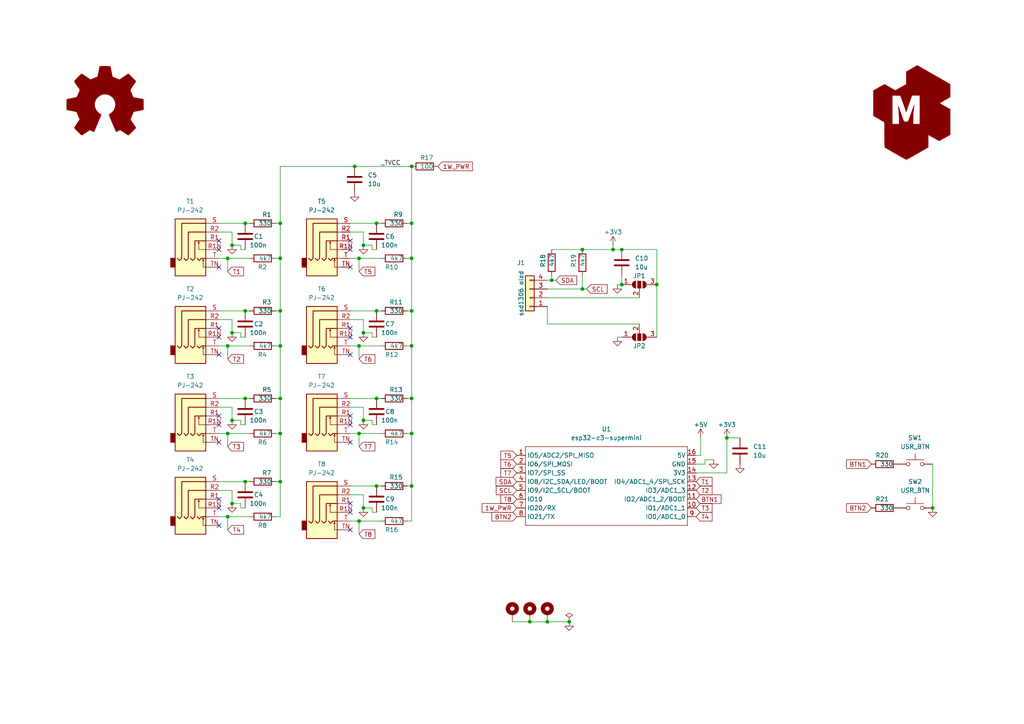
<source format=kicad_sch>
(kicad_sch (version 20211123) (generator eeschema)
  (paper "A4")
  (title_block (title "temp-1w8-pro") (date "2024-12-30") (rev "4.0") (company "makerspace.lt"))
  (lib_symbols
    (symbol "-local:LOGO_KMS" (pin_names (offset 1.016)))
    (symbol "-local:esp32-c3-supermini"
      (property "Reference" "U" (at 2.54 1.27 0))
      (property "Value" "esp32-c3-supermini" (at 35.56 1.27 0))
      (symbol "esp32-c3-supermini_1_1"
        (pin bidirectional line (at -2.54 -2.54 0) (length 2.54) (name "IO5/ADC2/SPI_MISO") (number "1"))
        (pin bidirectional line (at 49.53 -17.78 180) (length 2.54) (name "IO1/ADC1_1") (number "10"))
        (pin bidirectional line (at 49.53 -15.24 180) (length 2.54) (name "IO2/ADC1_2/BOOT") (number "11"))
        (pin bidirectional line (at 49.53 -12.7 180) (length 2.54) (name "IO3/ADC1_3") (number "12"))
        (pin bidirectional line (at 49.53 -10.16 180) (length 2.54) (name "IO4/ADC1_4/SPI_SCK") (number "13"))
        (pin power_out line (at 49.53 -7.62 180) (length 2.54) (name "3V3") (number "14"))
        (pin input line (at 49.53 -5.08 180) (length 2.54) (name "GND") (number "15"))
        (pin power_out line (at 49.53 -2.54 180) (length 2.54) (name "5V") (number "16"))
        (pin bidirectional line (at -2.54 -5.08 0) (length 2.54) (name "IO6/SPI_MOSI") (number "2"))
        (pin bidirectional line (at -2.54 -7.62 0) (length 2.54) (name "IO7/SPI_SS") (number "3"))
        (pin bidirectional line (at -2.54 -10.16 0) (length 2.54) (name "IO8/I2C_SDA/LED/BOOT") (number "4"))
        (pin bidirectional line (at -2.54 -12.7 0) (length 2.54) (name "IO9/I2C_SCL/BOOT") (number "5"))
        (pin bidirectional line (at -2.54 -15.24 0) (length 2.54) (name "IO10") (number "6"))
        (pin bidirectional line (at -2.54 -17.78 0) (length 2.54) (name "IO20/RX") (number "7"))
        (pin bidirectional line (at -2.54 -20.32 0) (length 2.54) (name "IO21/TX") (number "8"))
        (pin bidirectional line (at 49.53 -20.32 180) (length 2.54) (name "IO0/ADC1_0") (number "9"))
      )
    )
    (symbol "-pwr:+3V3" (power) (pin_numbers hide) (pin_names (offset 0) hide)
      (property "Value" "+3V3" (at 0 3.81 0))
      (symbol "+3V3_1_1"
        (pin power_in line (at 0 0 90) (length 0) hide (name "+3V3") (number "1"))
      )
    )
    (symbol "-pwr:+5V" (power) (pin_numbers hide) (pin_names (offset 0) hide)
      (property "Value" "+5V" (at 0 3.81 0))
      (symbol "+5V_1_1"
        (pin power_in line (at 0 0 90) (length 0) hide (name "+5V") (number "1"))
      )
    )
    (symbol "-pwr:GND" (power) (pin_numbers hide) (pin_names (offset 0) hide)
      (symbol "GND_1_1"
        (pin power_in line (at 0 0 270) (length 0) hide (name "GND") (number "1"))
      )
    )
    (symbol "Connector:AudioJack4_SwitchTR1"
      (property "Reference" "J" (at 0 11.43 0))
      (property "Value" "AudioJack4_SwitchTR1" (at 0 8.89 0))
      (symbol "AudioJack4_SwitchTR1_1_1"
        (pin passive line (at 5.08 0 180) (length 2.54) (name "~") (number "R1"))
        (pin passive line (at 5.08 -2.54 180) (length 2.54) (name "~") (number "R1N"))
        (pin passive line (at 5.08 2.54 180) (length 2.54) (name "~") (number "R2"))
        (pin passive line (at 5.08 5.08 180) (length 2.54) (name "~") (number "S"))
        (pin passive line (at 5.08 -5.08 180) (length 2.54) (name "~") (number "T"))
        (pin passive line (at 5.08 -7.62 180) (length 2.54) (name "~") (number "TN"))
      )
    )
    (symbol "Connector_Generic:Conn_01x04" (pin_names (offset 1.016) hide)
      (property "Reference" "J" (at 0 5.08 0))
      (property "Value" "Conn_01x04" (at 0 -7.62 0))
      (symbol "Conn_01x04_1_1"
        (pin passive line (at -5.08 2.54 0) (length 3.81) (name "Pin_1") (number "1"))
        (pin passive line (at -5.08 0 0) (length 3.81) (name "Pin_2") (number "2"))
        (pin passive line (at -5.08 -2.54 0) (length 3.81) (name "Pin_3") (number "3"))
        (pin passive line (at -5.08 -5.08 0) (length 3.81) (name "Pin_4") (number "4"))
      )
    )
    (symbol "Device:C" (pin_numbers hide) (pin_names (offset 0.254))
      (property "Reference" "C" (at 0.635 2.54 0))
      (property "Value" "C" (at 0.635 -2.54 0))
      (symbol "C_1_1"
        (pin passive line (at 0 3.81 270) (length 2.794) (name "~") (number "1"))
        (pin passive line (at 0 -3.81 90) (length 2.794) (name "~") (number "2"))
      )
    )
    (symbol "Device:R" (pin_numbers hide) (pin_names (offset 0))
      (property "Reference" "R" (at 2.032 0 90))
      (property "Value" "R" (at 0 0 90))
      (symbol "R_1_1"
        (pin passive line (at 0 3.81 270) (length 1.27) (name "~") (number "1"))
        (pin passive line (at 0 -3.81 90) (length 1.27) (name "~") (number "2"))
      )
    )
    (symbol "Graphic:Logo_Open_Hardware_Large" (pin_names (offset 1.016)))
    (symbol "Jumper:SolderJumper_3_Open" (pin_names (offset 0) hide)
      (property "Reference" "JP" (at -2.54 -2.54 0))
      (property "Value" "SolderJumper_3_Open" (at 0 2.794 0))
      (symbol "SolderJumper_3_Open_1_1"
        (pin passive line (at -5.08 0 0) (length 2.54) (name "A") (number "1"))
        (pin passive line (at 0 -3.81 90) (length 2.54) (name "C") (number "2"))
        (pin passive line (at 5.08 0 180) (length 2.54) (name "B") (number "3"))
      )
    )
    (symbol "Mechanical:MountingHole_Pad" (pin_numbers hide) (pin_names (offset 1.016) hide)
      (property "Reference" "H" (at 0 6.35 0))
      (property "Value" "MountingHole_Pad" (at 0 4.445 0))
      (symbol "MountingHole_Pad_1_1"
        (pin input line (at 0 -2.54 90) (length 2.54) (name "1") (number "1"))
      )
    )
    (symbol "Switch:SW_Push" (pin_numbers hide) (pin_names (offset 1.016) hide)
      (property "Reference" "SW" (at 1.27 2.54 0))
      (property "Value" "SW_Push" (at 0 -1.524 0))
      (symbol "SW_Push_0_1"
        (pin passive line (at -5.08 0 0) (length 2.54) (name "1") (number "1"))
        (pin passive line (at 5.08 0 180) (length 2.54) (name "2") (number "2"))
      )
    )
    (symbol "power:PWR_FLAG" (power) (pin_numbers hide) (pin_names (offset 0) hide)
      (property "Value" "PWR_FLAG" (at 0 3.81 0))
      (symbol "PWR_FLAG_0_0"
        (pin power_out line (at 0 0 90) (length 0) (name "pwr") (number "1"))
      )
    )
  )
  (junction (at 270.51 147.32))
  (junction (at 165.1 180.34))
  (junction (at 81.28 74.93))
  (junction (at 66.04 149.86))
  (junction (at 119.38 115.57))
  (junction (at 153.67 180.34))
  (junction (at 81.28 64.77))
  (junction (at 81.28 139.7))
  (junction (at 81.28 90.17))
  (junction (at 168.91 83.82))
  (junction (at 105.41 147.32))
  (junction (at 66.04 100.33))
  (junction (at 67.31 146.05))
  (junction (at 109.22 90.17))
  (junction (at 180.34 82.55))
  (junction (at 119.38 140.97))
  (junction (at 67.31 71.12))
  (junction (at 177.8 72.39))
  (junction (at 190.5 82.55))
  (junction (at 71.12 64.77))
  (junction (at 81.28 125.73))
  (junction (at 119.38 125.73))
  (junction (at 67.31 121.92))
  (junction (at 102.87 48.26))
  (junction (at 109.22 115.57))
  (junction (at 105.41 71.12))
  (junction (at 104.14 100.33))
  (junction (at 67.31 96.52))
  (junction (at 119.38 90.17))
  (junction (at 109.22 64.77))
  (junction (at 104.14 151.13))
  (junction (at 71.12 90.17))
  (junction (at 105.41 96.52))
  (junction (at 104.14 125.73))
  (junction (at 71.12 139.7))
  (junction (at 160.02 81.28))
  (junction (at 81.28 115.57))
  (junction (at 71.12 115.57))
  (junction (at 66.04 125.73))
  (junction (at 158.75 180.34))
  (junction (at 180.34 72.39))
  (junction (at 210.82 127))
  (junction (at 119.38 100.33))
  (junction (at 81.28 100.33))
  (junction (at 168.91 72.39))
  (junction (at 104.14 74.93))
  (junction (at 105.41 121.92))
  (junction (at 66.04 74.93))
  (junction (at 119.38 48.26))
  (junction (at 119.38 74.93))
  (junction (at 109.22 140.97))
  (junction (at 119.38 64.77))
  (no_connect (at 101.6 128.27))
  (no_connect (at 101.6 146.05))
  (no_connect (at 63.5 152.4))
  (no_connect (at 101.6 148.59))
  (no_connect (at 63.5 144.78))
  (no_connect (at 63.5 69.85))
  (no_connect (at 63.5 72.39))
  (no_connect (at 101.6 95.25))
  (no_connect (at 101.6 102.87))
  (no_connect (at 63.5 123.19))
  (no_connect (at 63.5 95.25))
  (no_connect (at 101.6 69.85))
  (no_connect (at 101.6 72.39))
  (no_connect (at 63.5 102.87))
  (no_connect (at 63.5 147.32))
  (no_connect (at 101.6 123.19))
  (no_connect (at 101.6 120.65))
  (no_connect (at 63.5 77.47))
  (no_connect (at 101.6 153.67))
  (no_connect (at 101.6 97.79))
  (no_connect (at 63.5 128.27))
  (no_connect (at 101.6 77.47))
  (no_connect (at 63.5 97.79))
  (no_connect (at 63.5 120.65))
  (wire (pts (xy 81.28 48.26) (xy 102.87 48.26)))
  (wire (pts (xy 110.49 74.93) (xy 104.14 74.93)))
  (wire (pts (xy 190.5 82.55) (xy 190.5 72.39)))
  (wire (pts (xy 72.39 100.33) (xy 66.04 100.33)))
  (wire (pts (xy 119.38 100.33) (xy 119.38 115.57)))
  (wire (pts (xy 110.49 90.17) (xy 109.22 90.17)))
  (wire (pts (xy 160.02 81.28) (xy 158.75 81.28)))
  (wire (pts (xy 71.12 90.17) (xy 63.5 90.17)))
  (wire (pts (xy 81.28 139.7) (xy 80.01 139.7)))
  (wire (pts (xy 71.12 147.32) (xy 69.85 147.32)))
  (wire (pts (xy 81.28 64.77) (xy 81.28 74.93)))
  (wire (pts (xy 81.28 115.57) (xy 81.28 125.73)))
  (wire (pts (xy 72.39 139.7) (xy 71.12 139.7)))
  (wire (pts (xy 67.31 92.71) (xy 67.31 96.52)))
  (wire (pts (xy 81.28 100.33) (xy 81.28 115.57)))
  (wire (pts (xy 179.07 82.55) (xy 180.34 82.55)))
  (wire (pts (xy 104.14 125.73) (xy 104.14 129.54)))
  (wire (pts (xy 63.5 67.31) (xy 67.31 67.31)))
  (wire (pts (xy 102.87 48.26) (xy 119.38 48.26)))
  (wire (pts (xy 66.04 125.73) (xy 66.04 129.54)))
  (wire (pts (xy 104.14 125.73) (xy 101.6 125.73)))
  (wire (pts (xy 107.95 148.59) (xy 107.95 147.32)))
  (wire (pts (xy 118.11 125.73) (xy 119.38 125.73)))
  (wire (pts (xy 81.28 64.77) (xy 80.01 64.77)))
  (wire (pts (xy 80.01 149.86) (xy 81.28 149.86)))
  (wire (pts (xy 118.11 74.93) (xy 119.38 74.93)))
  (wire (pts (xy 81.28 115.57) (xy 80.01 115.57)))
  (wire (pts (xy 101.6 118.11) (xy 105.41 118.11)))
  (wire (pts (xy 170.18 83.82) (xy 168.91 83.82)))
  (wire (pts (xy 104.14 74.93) (xy 101.6 74.93)))
  (wire (pts (xy 119.38 140.97) (xy 119.38 151.13)))
  (wire (pts (xy 69.85 72.39) (xy 69.85 71.12)))
  (wire (pts (xy 168.91 72.39) (xy 177.8 72.39)))
  (wire (pts (xy 72.39 74.93) (xy 66.04 74.93)))
  (wire (pts (xy 67.31 96.52) (xy 69.85 96.52)))
  (wire (pts (xy 119.38 140.97) (xy 118.11 140.97)))
  (wire (pts (xy 110.49 100.33) (xy 104.14 100.33)))
  (wire (pts (xy 119.38 125.73) (xy 119.38 140.97)))
  (wire (pts (xy 101.6 67.31) (xy 105.41 67.31)))
  (wire (pts (xy 158.75 93.98) (xy 185.42 93.98)))
  (wire (pts (xy 104.14 100.33) (xy 101.6 100.33)))
  (wire (pts (xy 72.39 90.17) (xy 71.12 90.17)))
  (wire (pts (xy 107.95 97.79) (xy 107.95 96.52)))
  (wire (pts (xy 110.49 140.97) (xy 109.22 140.97)))
  (wire (pts (xy 109.22 140.97) (xy 101.6 140.97)))
  (wire (pts (xy 105.41 143.51) (xy 105.41 147.32)))
  (wire (pts (xy 109.22 90.17) (xy 101.6 90.17)))
  (wire (pts (xy 105.41 67.31) (xy 105.41 71.12)))
  (wire (pts (xy 160.02 72.39) (xy 168.91 72.39)))
  (wire (pts (xy 177.8 72.39) (xy 177.8 71.12)))
  (wire (pts (xy 153.67 180.34) (xy 158.75 180.34)))
  (wire (pts (xy 109.22 72.39) (xy 107.95 72.39)))
  (wire (pts (xy 158.75 86.36) (xy 185.42 86.36)))
  (wire (pts (xy 109.22 115.57) (xy 101.6 115.57)))
  (wire (pts (xy 104.14 100.33) (xy 104.14 104.14)))
  (wire (pts (xy 109.22 97.79) (xy 107.95 97.79)))
  (wire (pts (xy 119.38 115.57) (xy 119.38 125.73)))
  (wire (pts (xy 107.95 147.32) (xy 105.41 147.32)))
  (wire (pts (xy 210.82 127) (xy 214.63 127)))
  (wire (pts (xy 107.95 123.19) (xy 107.95 121.92)))
  (wire (pts (xy 71.12 115.57) (xy 63.5 115.57)))
  (wire (pts (xy 118.11 151.13) (xy 119.38 151.13)))
  (wire (pts (xy 66.04 100.33) (xy 66.04 104.14)))
  (wire (pts (xy 110.49 64.77) (xy 109.22 64.77)))
  (wire (pts (xy 204.47 133.35) (xy 207.01 133.35)))
  (wire (pts (xy 105.41 71.12) (xy 107.95 71.12)))
  (wire (pts (xy 158.75 180.34) (xy 165.1 180.34)))
  (wire (pts (xy 110.49 151.13) (xy 104.14 151.13)))
  (wire (pts (xy 180.34 72.39) (xy 177.8 72.39)))
  (wire (pts (xy 104.14 74.93) (xy 104.14 78.74)))
  (wire (pts (xy 190.5 97.79) (xy 190.5 82.55)))
  (wire (pts (xy 158.75 88.9) (xy 158.75 93.98)))
  (wire (pts (xy 80.01 100.33) (xy 81.28 100.33)))
  (wire (pts (xy 66.04 149.86) (xy 63.5 149.86)))
  (wire (pts (xy 69.85 97.79) (xy 69.85 96.52)))
  (wire (pts (xy 104.14 151.13) (xy 104.14 154.94)))
  (wire (pts (xy 67.31 121.92) (xy 69.85 121.92)))
  (wire (pts (xy 107.95 72.39) (xy 107.95 71.12)))
  (wire (pts (xy 63.5 118.11) (xy 67.31 118.11)))
  (wire (pts (xy 67.31 118.11) (xy 67.31 121.92)))
  (wire (pts (xy 81.28 125.73) (xy 81.28 139.7)))
  (wire (pts (xy 81.28 90.17) (xy 80.01 90.17)))
  (wire (pts (xy 67.31 142.24) (xy 67.31 146.05)))
  (wire (pts (xy 72.39 125.73) (xy 66.04 125.73)))
  (wire (pts (xy 67.31 67.31) (xy 67.31 71.12)))
  (wire (pts (xy 161.29 81.28) (xy 160.02 81.28)))
  (wire (pts (xy 81.28 139.7) (xy 81.28 149.86)))
  (wire (pts (xy 81.28 74.93) (xy 81.28 90.17)))
  (wire (pts (xy 109.22 148.59) (xy 107.95 148.59)))
  (wire (pts (xy 119.38 115.57) (xy 118.11 115.57)))
  (wire (pts (xy 63.5 142.24) (xy 67.31 142.24)))
  (wire (pts (xy 119.38 74.93) (xy 119.38 90.17)))
  (wire (pts (xy 119.38 64.77) (xy 118.11 64.77)))
  (wire (pts (xy 160.02 80.01) (xy 160.02 81.28)))
  (wire (pts (xy 71.12 139.7) (xy 63.5 139.7)))
  (wire (pts (xy 66.04 125.73) (xy 63.5 125.73)))
  (wire (pts (xy 66.04 149.86) (xy 66.04 153.67)))
  (wire (pts (xy 81.28 90.17) (xy 81.28 100.33)))
  (wire (pts (xy 119.38 90.17) (xy 119.38 100.33)))
  (wire (pts (xy 71.12 72.39) (xy 69.85 72.39)))
  (wire (pts (xy 105.41 92.71) (xy 105.41 96.52)))
  (wire (pts (xy 101.6 92.71) (xy 105.41 92.71)))
  (wire (pts (xy 105.41 118.11) (xy 105.41 121.92)))
  (wire (pts (xy 104.14 151.13) (xy 101.6 151.13)))
  (wire (pts (xy 72.39 64.77) (xy 71.12 64.77)))
  (wire (pts (xy 80.01 125.73) (xy 81.28 125.73)))
  (wire (pts (xy 72.39 149.86) (xy 66.04 149.86)))
  (wire (pts (xy 72.39 115.57) (xy 71.12 115.57)))
  (wire (pts (xy 119.38 64.77) (xy 119.38 74.93)))
  (wire (pts (xy 201.93 132.08) (xy 203.2 132.08)))
  (wire (pts (xy 110.49 125.73) (xy 104.14 125.73)))
  (wire (pts (xy 71.12 97.79) (xy 69.85 97.79)))
  (wire (pts (xy 71.12 64.77) (xy 63.5 64.77)))
  (wire (pts (xy 71.12 123.19) (xy 69.85 123.19)))
  (wire (pts (xy 105.41 121.92) (xy 107.95 121.92)))
  (wire (pts (xy 69.85 147.32) (xy 69.85 146.05)))
  (wire (pts (xy 105.41 96.52) (xy 107.95 96.52)))
  (wire (pts (xy 179.07 97.79) (xy 180.34 97.79)))
  (wire (pts (xy 81.28 48.26) (xy 81.28 64.77)))
  (wire (pts (xy 168.91 83.82) (xy 158.75 83.82)))
  (wire (pts (xy 69.85 123.19) (xy 69.85 121.92)))
  (wire (pts (xy 109.22 64.77) (xy 101.6 64.77)))
  (wire (pts (xy 210.82 137.16) (xy 210.82 127)))
  (wire (pts (xy 118.11 100.33) (xy 119.38 100.33)))
  (wire (pts (xy 119.38 48.26) (xy 119.38 64.77)))
  (wire (pts (xy 168.91 80.01) (xy 168.91 83.82)))
  (wire (pts (xy 69.85 71.12) (xy 67.31 71.12)))
  (wire (pts (xy 101.6 143.51) (xy 105.41 143.51)))
  (wire (pts (xy 80.01 74.93) (xy 81.28 74.93)))
  (wire (pts (xy 190.5 72.39) (xy 180.34 72.39)))
  (wire (pts (xy 66.04 74.93) (xy 66.04 78.74)))
  (wire (pts (xy 63.5 92.71) (xy 67.31 92.71)))
  (wire (pts (xy 201.93 134.62) (xy 204.47 134.62)))
  (wire (pts (xy 204.47 134.62) (xy 204.47 133.35)))
  (wire (pts (xy 119.38 90.17) (xy 118.11 90.17)))
  (wire (pts (xy 109.22 123.19) (xy 107.95 123.19)))
  (wire (pts (xy 270.51 134.62) (xy 270.51 147.32)))
  (wire (pts (xy 148.59 180.34) (xy 153.67 180.34)))
  (wire (pts (xy 203.2 132.08) (xy 203.2 127)))
  (wire (pts (xy 67.31 146.05) (xy 69.85 146.05)))
  (wire (pts (xy 66.04 100.33) (xy 63.5 100.33)))
  (wire (pts (xy 201.93 137.16) (xy 210.82 137.16)))
  (wire (pts (xy 66.04 74.93) (xy 63.5 74.93)))
  (wire (pts (xy 110.49 115.57) (xy 109.22 115.57)))
  (wire (pts (xy 180.34 80.01) (xy 180.34 82.55)))
  (label "_TVCC" (at 110.49 48.26 0))
  (global_label "SCL" (shape input) (at 149.86 142.24 180) (property "Intersheet References" "${INTERSHEET_REFS}" (effects hide)))
  (global_label "T2" (shape input) (at 201.93 142.24 0) (property "Intersheet References" "${INTERSHEET_REFS}" (effects hide)))
  (global_label "T1" (shape input) (at 66.04 78.74 0) (property "Intersheet References" "${INTERSHEET_REFS}" (effects hide)))
  (global_label "T5" (shape input) (at 104.14 78.74 0) (property "Intersheet References" "${INTERSHEET_REFS}" (effects hide)))
  (global_label "BTN1" (shape input) (at 252.73 134.62 180) (property "Intersheet References" "${INTERSHEET_REFS}" (effects hide)))
  (global_label "T8" (shape input) (at 149.86 144.78 180) (property "Intersheet References" "${INTERSHEET_REFS}" (effects hide)))
  (global_label "SDA" (shape input) (at 161.29 81.28 0) (property "Intersheet References" "${INTERSHEET_REFS}" (effects hide)))
  (global_label "1W_PWR" (shape input) (at 149.86 147.32 180) (property "Intersheet References" "${INTERSHEET_REFS}" (effects hide)))
  (global_label "BTN2" (shape input) (at 149.86 149.86 180) (property "Intersheet References" "${INTERSHEET_REFS}" (effects hide)))
  (global_label "T6" (shape input) (at 149.86 134.62 180) (property "Intersheet References" "${INTERSHEET_REFS}" (effects hide)))
  (global_label "T4" (shape input) (at 66.04 153.67 0) (property "Intersheet References" "${INTERSHEET_REFS}" (effects hide)))
  (global_label "T6" (shape input) (at 104.14 104.14 0) (property "Intersheet References" "${INTERSHEET_REFS}" (effects hide)))
  (global_label "BTN1" (shape input) (at 201.93 144.78 0) (property "Intersheet References" "${INTERSHEET_REFS}" (effects hide)))
  (global_label "T3" (shape input) (at 66.04 129.54 0) (property "Intersheet References" "${INTERSHEET_REFS}" (effects hide)))
  (global_label "T7" (shape input) (at 104.14 129.54 0) (property "Intersheet References" "${INTERSHEET_REFS}" (effects hide)))
  (global_label "T7" (shape input) (at 149.86 137.16 180) (property "Intersheet References" "${INTERSHEET_REFS}" (effects hide)))
  (global_label "T5" (shape input) (at 149.86 132.08 180) (property "Intersheet References" "${INTERSHEET_REFS}" (effects hide)))
  (global_label "SCL" (shape input) (at 170.18 83.82 0) (property "Intersheet References" "${INTERSHEET_REFS}" (effects hide)))
  (global_label "BTN2" (shape input) (at 252.73 147.32 180) (property "Intersheet References" "${INTERSHEET_REFS}" (effects hide)))
  (global_label "T8" (shape input) (at 104.14 154.94 0) (property "Intersheet References" "${INTERSHEET_REFS}" (effects hide)))
  (global_label "1W_PWR" (shape input) (at 127 48.26 0) (property "Intersheet References" "${INTERSHEET_REFS}" (effects hide)))
  (global_label "T1" (shape input) (at 201.93 139.7 0) (property "Intersheet References" "${INTERSHEET_REFS}" (effects hide)))
  (global_label "SDA" (shape input) (at 149.86 139.7 180) (property "Intersheet References" "${INTERSHEET_REFS}" (effects hide)))
  (global_label "T2" (shape input) (at 66.04 104.14 0) (property "Intersheet References" "${INTERSHEET_REFS}" (effects hide)))
  (global_label "T4" (shape input) (at 201.93 149.86 0) (property "Intersheet References" "${INTERSHEET_REFS}" (effects hide)))
  (global_label "T3" (shape input) (at 201.93 147.32 0) (property "Intersheet References" "${INTERSHEET_REFS}" (effects hide)))
  (symbol (lib_id "Connector:AudioJack4_SwitchTR1") (at 58.42 95.25 0) (unit 1)
    (property "Reference" "T2" (at 55.1815 83.82 0))
    (property "Value" "PJ-242" (at 55.1815 86.36 0))
    (property "Footprint" "-local:PJ-242" (effects hide))
    (property "Datasheet" "https://www.lcsc.com/datasheet/lcsc_datasheet_2210081801_hanxia-HX-PJ-242_C5184834.pdf" (effects hide))
    (property "lcsc#" "C5184834" (effects hide))
    (property "jlc-part-type" "E" (effects hide))
  )
  (symbol (lib_id "Device:R") (at 76.2 125.73 90) (unit 1)
    (property "Reference" "R6" (at 77.47 128.27 90) (effects (justify left)))
    (property "Value" "4k7" (at 78.74 125.73 90) (effects (justify left)))
    (property "Footprint" "Resistor_SMD:R_0805_2012Metric" (effects hide))
    (property "jlc-part-type" "B" (effects hide))
    (property "lcsc#" "C17673" (effects hide))
  )
  (symbol (lib_id "Device:R") (at 76.2 149.86 90) (unit 1)
    (property "Reference" "R8" (at 77.47 152.4 90) (effects (justify left)))
    (property "Value" "4k7" (at 78.74 149.86 90) (effects (justify left)))
    (property "Footprint" "Resistor_SMD:R_0805_2012Metric" (effects hide))
    (property "jlc-part-type" "B" (effects hide))
    (property "lcsc#" "C17673" (effects hide))
  )
  (symbol (lib_id "Device:R") (at 114.3 100.33 90) (unit 1)
    (property "Reference" "R12" (at 115.57 102.87 90) (effects (justify left)))
    (property "Value" "4k7" (at 116.84 100.33 90) (effects (justify left)))
    (property "Footprint" "Resistor_SMD:R_0805_2012Metric" (effects hide))
    (property "jlc-part-type" "B" (effects hide))
    (property "lcsc#" "C17673" (effects hide))
  )
  (symbol (lib_id "Device:R") (at 76.2 64.77 90) (unit 1)
    (property "Reference" "R1" (at 78.74 62.23 90) (effects (justify left)))
    (property "Value" "330" (at 78.74 64.77 90) (effects (justify left)))
    (property "Footprint" "Resistor_SMD:R_0805_2012Metric" (effects hide))
    (property "jlc-part-type" "B" (effects hide))
    (property "lcsc#" "C17630" (effects hide))
  )
  (symbol (lib_id "Device:R") (at 114.3 74.93 90) (unit 1)
    (property "Reference" "R10" (at 115.57 77.47 90) (effects (justify left)))
    (property "Value" "4k7" (at 116.84 74.93 90) (effects (justify left)))
    (property "Footprint" "Resistor_SMD:R_0805_2012Metric" (effects hide))
    (property "jlc-part-type" "B" (effects hide))
    (property "lcsc#" "C17673" (effects hide))
  )
  (symbol (lib_id "Device:C") (at 109.22 144.78 0) (unit 1)
    (property "Reference" "C9" (at 111.76 144.78 0) (effects (justify left)))
    (property "Value" "100n" (at 110.49 147.32 0) (effects (justify left)))
    (property "Footprint" "Capacitor_SMD:C_0805_2012Metric_Pad1.18x1.45mm_HandSolder" (effects hide))
    (property "jlc-part-type" "B" (effects hide))
    (property "lcsc#" "C28233" (effects hide))
  )
  (symbol (lib_id "Device:R") (at 114.3 115.57 90) (unit 1)
    (property "Reference" "R13" (at 116.84 113.03 90) (effects (justify left)))
    (property "Value" "330" (at 116.84 115.57 90) (effects (justify left)))
    (property "Footprint" "Resistor_SMD:R_0805_2012Metric" (effects hide))
    (property "jlc-part-type" "B" (effects hide))
    (property "lcsc#" "C17630" (effects hide))
  )
  (symbol (lib_id "Device:R") (at 114.3 151.13 90) (unit 1)
    (property "Reference" "R16" (at 115.57 153.67 90) (effects (justify left)))
    (property "Value" "4k7" (at 116.84 151.13 90) (effects (justify left)))
    (property "Footprint" "Resistor_SMD:R_0805_2012Metric" (effects hide))
    (property "jlc-part-type" "B" (effects hide))
    (property "lcsc#" "C17673" (effects hide))
  )
  (symbol (lib_id "-pwr:GND") (at 165.1 180.34 0) (unit 1)
    (property "Reference" "#PWR010" (effects hide))
    (property "Value" "GND" (effects hide))
  )
  (symbol (lib_id "Device:C") (at 109.22 68.58 0) (unit 1)
    (property "Reference" "C6" (at 111.76 68.58 0) (effects (justify left)))
    (property "Value" "100n" (at 110.49 71.12 0) (effects (justify left)))
    (property "Footprint" "Capacitor_SMD:C_0805_2012Metric_Pad1.18x1.45mm_HandSolder" (effects hide))
    (property "jlc-part-type" "B" (effects hide))
    (property "lcsc#" "C28233" (effects hide))
  )
  (symbol (lib_id "Mechanical:MountingHole_Pad") (at 148.59 177.8 0) (unit 1) (in_bom no)
    (property "Reference" "H1" (effects hide))
    (property "Value" "MP" (effects hide))
    (property "Footprint" "MountingHole:MountingHole_3.2mm_M3_DIN965_Pad" (effects hide))
    (property "jlc-part-type" "-" (effects hide))
  )
  (symbol (lib_id "power:PWR_FLAG") (at 165.1 180.34 0) (unit 1)
    (property "Reference" "#FLG01" (effects hide))
    (property "Value" "PWR_FLAG" (effects hide))
  )
  (symbol (lib_id "Connector:AudioJack4_SwitchTR1") (at 96.52 69.85 0) (unit 1)
    (property "Reference" "T5" (at 93.2815 58.42 0))
    (property "Value" "PJ-242" (at 93.2815 60.96 0))
    (property "Footprint" "-local:PJ-242" (effects hide))
    (property "Datasheet" "https://www.lcsc.com/datasheet/lcsc_datasheet_2210081801_hanxia-HX-PJ-242_C5184834.pdf" (effects hide))
    (property "lcsc#" "C5184834" (effects hide))
    (property "jlc-part-type" "E" (effects hide))
  )
  (symbol (lib_id "Device:C") (at 71.12 68.58 0) (unit 1)
    (property "Reference" "C1" (at 73.66 68.58 0) (effects (justify left)))
    (property "Value" "100n" (at 72.39 71.12 0) (effects (justify left)))
    (property "Footprint" "Capacitor_SMD:C_0805_2012Metric_Pad1.18x1.45mm_HandSolder" (effects hide))
    (property "jlc-part-type" "B" (effects hide))
    (property "lcsc#" "C28233" (effects hide))
  )
  (symbol (lib_id "Mechanical:MountingHole_Pad") (at 153.67 177.8 0) (unit 1) (in_bom no)
    (property "Reference" "H2" (effects hide))
    (property "Value" "MP" (effects hide))
    (property "Footprint" "MountingHole:MountingHole_3.2mm_M3_DIN965_Pad" (effects hide))
    (property "jlc-part-type" "-" (effects hide))
  )
  (symbol (lib_id "-pwr:GND") (at 67.31 146.05 0) (unit 1)
    (property "Reference" "#PWR04" (effects hide))
    (property "Value" "GND" (effects hide))
  )
  (symbol (lib_id "Connector:AudioJack4_SwitchTR1") (at 96.52 120.65 0) (unit 1)
    (property "Reference" "T7" (at 93.2815 109.22 0))
    (property "Value" "PJ-242" (at 93.2815 111.76 0))
    (property "Footprint" "-local:PJ-242" (effects hide))
    (property "Datasheet" "https://www.lcsc.com/datasheet/lcsc_datasheet_2210081801_hanxia-HX-PJ-242_C5184834.pdf" (effects hide))
    (property "lcsc#" "C5184834" (effects hide))
    (property "jlc-part-type" "E" (effects hide))
  )
  (symbol (lib_id "Device:R") (at 76.2 90.17 90) (unit 1)
    (property "Reference" "R3" (at 78.74 87.63 90) (effects (justify left)))
    (property "Value" "330" (at 78.74 90.17 90) (effects (justify left)))
    (property "Footprint" "Resistor_SMD:R_0805_2012Metric" (effects hide))
    (property "jlc-part-type" "B" (effects hide))
    (property "lcsc#" "C17630" (effects hide))
  )
  (symbol (lib_id "-local:LOGO_KMS") (at 262.89 31.75 0) (unit 1) (in_bom no)
    (property "Reference" "G2" (effects hide))
    (property "Value" "LOGO_KMS" (effects hide))
    (property "Footprint" "-local:logo_kms_small_silkscreen" (effects hide))
    (property "jlc-part-type" "-" (effects hide))
  )
  (symbol (lib_id "-pwr:GND") (at 67.31 121.92 0) (unit 1)
    (property "Reference" "#PWR03" (effects hide))
    (property "Value" "GND" (effects hide))
  )
  (symbol (lib_id "-pwr:GND") (at 207.01 133.35 0) (unit 1)
    (property "Reference" "#PWR015" (effects hide))
    (property "Value" "GND" (effects hide))
  )
  (symbol (lib_id "Jumper:SolderJumper_3_Open") (at 185.42 82.55 0) (unit 1) (in_bom no)
    (property "Reference" "JP1" (at 185.42 80.01 0))
    (property "Value" "PIN2" (effects hide))
    (property "Footprint" "Jumper:SolderJumper-3_P1.3mm_Open_RoundedPad1.0x1.5mm" (effects hide))
    (property "jlc-part-type" "-" (effects hide))
  )
  (symbol (lib_id "Device:R") (at 123.19 48.26 90) (unit 1)
    (property "Reference" "R17" (at 125.73 45.72 90) (effects (justify left)))
    (property "Value" "100" (at 125.73 48.26 90) (effects (justify left)))
    (property "Footprint" "Resistor_SMD:R_0805_2012Metric" (effects hide))
    (property "jlc-part-type" "B" (effects hide))
    (property "lcsc#" "C17408" (effects hide))
  )
  (symbol (lib_id "-pwr:+3V3") (at 177.8 71.12 0) (unit 1)
    (property "Reference" "#PWR011" (effects hide))
    (property "Value" "+3V3" (at 177.8 67.31 0))
  )
  (symbol (lib_id "Mechanical:MountingHole_Pad") (at 158.75 177.8 0) (unit 1) (in_bom no)
    (property "Reference" "H3" (effects hide))
    (property "Value" "MP" (effects hide))
    (property "Footprint" "MountingHole:MountingHole_3.2mm_M3_DIN965_Pad" (effects hide))
    (property "jlc-part-type" "-" (effects hide))
  )
  (symbol (lib_id "Device:R") (at 256.54 147.32 90) (unit 1)
    (property "Reference" "R21" (at 257.81 144.78 90) (effects (justify left)))
    (property "Value" "330" (at 259.08 147.32 90) (effects (justify left)))
    (property "Footprint" "Resistor_SMD:R_0805_2012Metric" (effects hide))
    (property "jlc-part-type" "B" (effects hide))
    (property "lcsc#" "C17630" (effects hide))
  )
  (symbol (lib_id "Connector:AudioJack4_SwitchTR1") (at 58.42 69.85 0) (unit 1)
    (property "Reference" "T1" (at 55.1815 58.42 0))
    (property "Value" "PJ-242" (at 55.1815 60.96 0))
    (property "Footprint" "-local:PJ-242" (effects hide))
    (property "Datasheet" "https://www.lcsc.com/datasheet/lcsc_datasheet_2210081801_hanxia-HX-PJ-242_C5184834.pdf" (effects hide))
    (property "lcsc#" "C5184834" (effects hide))
    (property "jlc-part-type" "E" (effects hide))
  )
  (symbol (lib_id "Device:C") (at 109.22 93.98 0) (unit 1)
    (property "Reference" "C7" (at 111.76 93.98 0) (effects (justify left)))
    (property "Value" "100n" (at 110.49 96.52 0) (effects (justify left)))
    (property "Footprint" "Capacitor_SMD:C_0805_2012Metric_Pad1.18x1.45mm_HandSolder" (effects hide))
    (property "jlc-part-type" "B" (effects hide))
    (property "lcsc#" "C28233" (effects hide))
  )
  (symbol (lib_id "Switch:SW_Push") (at 265.43 134.62 0) (unit 1)
    (property "Reference" "SW1" (at 265.43 127 0))
    (property "Value" "USR_BTN" (at 265.43 129.54 0))
    (property "Footprint" "Button_Switch_SMD:SW_SPST_TL3342" (effects hide))
    (property "Datasheet" "https://jlcpcb.com/api/file/downloadByFileSystemAccessId/8550724022091735041" (effects hide))
    (property "jlc-part-type" "B" (effects hide))
    (property "lcsc#" "C318884" (effects hide))
  )
  (symbol (lib_id "-pwr:GND") (at 105.41 147.32 0) (unit 1)
    (property "Reference" "#PWR09" (effects hide))
    (property "Value" "GND" (effects hide))
  )
  (symbol (lib_id "Device:R") (at 76.2 115.57 90) (unit 1)
    (property "Reference" "R5" (at 78.74 113.03 90) (effects (justify left)))
    (property "Value" "330" (at 78.74 115.57 90) (effects (justify left)))
    (property "Footprint" "Resistor_SMD:R_0805_2012Metric" (effects hide))
    (property "jlc-part-type" "B" (effects hide))
    (property "lcsc#" "C17630" (effects hide))
  )
  (symbol (lib_id "Device:C") (at 71.12 119.38 0) (unit 1)
    (property "Reference" "C3" (at 73.66 119.38 0) (effects (justify left)))
    (property "Value" "100n" (at 72.39 121.92 0) (effects (justify left)))
    (property "Footprint" "Capacitor_SMD:C_0805_2012Metric_Pad1.18x1.45mm_HandSolder" (effects hide))
    (property "jlc-part-type" "B" (effects hide))
    (property "lcsc#" "C28233" (effects hide))
  )
  (symbol (lib_id "-pwr:+5V") (at 203.2 127 0) (unit 1)
    (property "Reference" "#PWR014" (effects hide))
    (property "Value" "+5V" (at 203.2 123.19 0))
  )
  (symbol (lib_id "-local:esp32-c3-supermini") (at 152.4 129.54 0) (unit 1)
    (property "Reference" "U1" (at 175.895 124.46 0))
    (property "Value" "esp32-c3-supermini" (at 175.895 127 0))
    (property "Footprint" "-local:esp32-c3-supermini" (effects hide))
    (property "jlc-part-type" "-" (effects hide))
  )
  (symbol (lib_id "Device:C") (at 71.12 93.98 0) (unit 1)
    (property "Reference" "C2" (at 73.66 93.98 0) (effects (justify left)))
    (property "Value" "100n" (at 72.39 96.52 0) (effects (justify left)))
    (property "Footprint" "Capacitor_SMD:C_0805_2012Metric_Pad1.18x1.45mm_HandSolder" (effects hide))
    (property "jlc-part-type" "B" (effects hide))
    (property "lcsc#" "C28233" (effects hide))
  )
  (symbol (lib_id "-pwr:GND") (at 105.41 71.12 0) (unit 1)
    (property "Reference" "#PWR06" (effects hide))
    (property "Value" "GND" (effects hide))
  )
  (symbol (lib_id "Connector_Generic:Conn_01x04") (at 153.67 86.36 180) (unit 1)
    (property "Reference" "J1" (at 151.13 76.2 0))
    (property "Value" "ssd1306 oled" (at 151.13 85.09 90))
    (property "Footprint" "-local:oled_i2c_1.3_128x64_ssd1306" (effects hide))
    (property "jlc-part-type" "-" (effects hide))
  )
  (symbol (lib_id "-pwr:GND") (at 179.07 97.79 0) (unit 1)
    (property "Reference" "#PWR013" (effects hide))
    (property "Value" "GND" (effects hide))
  )
  (symbol (lib_id "Connector:AudioJack4_SwitchTR1") (at 58.42 144.78 0) (unit 1)
    (property "Reference" "T4" (at 55.1815 133.35 0))
    (property "Value" "PJ-242" (at 55.1815 135.89 0))
    (property "Footprint" "-local:PJ-242" (effects hide))
    (property "Datasheet" "https://www.lcsc.com/datasheet/lcsc_datasheet_2210081801_hanxia-HX-PJ-242_C5184834.pdf" (effects hide))
    (property "lcsc#" "C5184834" (effects hide))
    (property "jlc-part-type" "E" (effects hide))
  )
  (symbol (lib_id "Jumper:SolderJumper_3_Open") (at 185.42 97.79 0) (mirror x) (unit 1) (in_bom no)
    (property "Reference" "JP2" (at 185.42 100.33 0))
    (property "Value" "PIN1" (effects hide))
    (property "Footprint" "Jumper:SolderJumper-3_P1.3mm_Open_RoundedPad1.0x1.5mm" (effects hide))
    (property "jlc-part-type" "-" (effects hide))
  )
  (symbol (lib_id "Device:C") (at 180.34 76.2 0) (unit 1)
    (property "Reference" "C10" (at 184.15 74.9299 0) (effects (justify left)))
    (property "Value" "10u" (at 184.15 77.4699 0) (effects (justify left)))
    (property "Footprint" "Capacitor_SMD:C_0805_2012Metric_Pad1.18x1.45mm_HandSolder" (effects hide))
    (property "jlc-part-type" "B" (effects hide))
    (property "lcsc#" "C15850" (effects hide))
  )
  (symbol (lib_id "Device:C") (at 214.63 130.81 0) (unit 1)
    (property "Reference" "C11" (at 218.44 129.5399 0) (effects (justify left)))
    (property "Value" "10u" (at 218.44 132.0799 0) (effects (justify left)))
    (property "Footprint" "Capacitor_SMD:C_0805_2012Metric_Pad1.18x1.45mm_HandSolder" (effects hide))
    (property "jlc-part-type" "B" (effects hide))
    (property "lcsc#" "C15850" (effects hide))
  )
  (symbol (lib_id "Device:R") (at 168.91 76.2 180) (unit 1)
    (property "Reference" "R19" (at 166.37 73.66 90) (effects (justify left)))
    (property "Value" "4k7" (at 168.91 73.66 90) (effects (justify left)))
    (property "Footprint" "Resistor_SMD:R_0805_2012Metric" (effects hide))
    (property "jlc-part-type" "B" (effects hide))
    (property "lcsc#" "C17673" (effects hide))
  )
  (symbol (lib_id "Device:C") (at 71.12 143.51 0) (unit 1)
    (property "Reference" "C4" (at 73.66 143.51 0) (effects (justify left)))
    (property "Value" "100n" (at 72.39 146.05 0) (effects (justify left)))
    (property "Footprint" "Capacitor_SMD:C_0805_2012Metric_Pad1.18x1.45mm_HandSolder" (effects hide))
    (property "jlc-part-type" "B" (effects hide))
    (property "lcsc#" "C28233" (effects hide))
  )
  (symbol (lib_id "Device:C") (at 102.87 52.07 0) (unit 1)
    (property "Reference" "C5" (at 106.68 50.7999 0) (effects (justify left)))
    (property "Value" "10u" (at 106.68 53.3399 0) (effects (justify left)))
    (property "Footprint" "Capacitor_SMD:C_0805_2012Metric_Pad1.18x1.45mm_HandSolder" (effects hide))
    (property "jlc-part-type" "B" (effects hide))
    (property "lcsc#" "C15850" (effects hide))
  )
  (symbol (lib_id "Device:R") (at 114.3 125.73 90) (unit 1)
    (property "Reference" "R14" (at 115.57 128.27 90) (effects (justify left)))
    (property "Value" "4k7" (at 116.84 125.73 90) (effects (justify left)))
    (property "Footprint" "Resistor_SMD:R_0805_2012Metric" (effects hide))
    (property "jlc-part-type" "B" (effects hide))
    (property "lcsc#" "C17673" (effects hide))
  )
  (symbol (lib_id "Connector:AudioJack4_SwitchTR1") (at 58.42 120.65 0) (unit 1)
    (property "Reference" "T3" (at 55.1815 109.22 0))
    (property "Value" "PJ-242" (at 55.1815 111.76 0))
    (property "Footprint" "-local:PJ-242" (effects hide))
    (property "Datasheet" "https://www.lcsc.com/datasheet/lcsc_datasheet_2210081801_hanxia-HX-PJ-242_C5184834.pdf" (effects hide))
    (property "lcsc#" "C5184834" (effects hide))
    (property "jlc-part-type" "E" (effects hide))
  )
  (symbol (lib_id "Device:C") (at 109.22 119.38 0) (unit 1)
    (property "Reference" "C8" (at 111.76 119.38 0) (effects (justify left)))
    (property "Value" "100n" (at 110.49 121.92 0) (effects (justify left)))
    (property "Footprint" "Capacitor_SMD:C_0805_2012Metric_Pad1.18x1.45mm_HandSolder" (effects hide))
    (property "jlc-part-type" "B" (effects hide))
    (property "lcsc#" "C28233" (effects hide))
  )
  (symbol (lib_id "-pwr:GND") (at 102.87 55.88 0) (unit 1)
    (property "Reference" "#PWR05" (effects hide))
    (property "Value" "GND" (effects hide))
  )
  (symbol (lib_id "Device:R") (at 76.2 139.7 90) (unit 1)
    (property "Reference" "R7" (at 78.74 137.16 90) (effects (justify left)))
    (property "Value" "330" (at 78.74 139.7 90) (effects (justify left)))
    (property "Footprint" "Resistor_SMD:R_0805_2012Metric" (effects hide))
    (property "jlc-part-type" "B" (effects hide))
    (property "lcsc#" "C17630" (effects hide))
  )
  (symbol (lib_id "-pwr:GND") (at 105.41 121.92 0) (unit 1)
    (property "Reference" "#PWR08" (effects hide))
    (property "Value" "GND" (effects hide))
  )
  (symbol (lib_id "-pwr:GND") (at 214.63 134.62 0) (unit 1)
    (property "Reference" "#PWR017" (effects hide))
    (property "Value" "GND" (effects hide))
  )
  (symbol (lib_id "-pwr:GND") (at 67.31 71.12 0) (unit 1)
    (property "Reference" "#PWR01" (effects hide))
    (property "Value" "GND" (effects hide))
  )
  (symbol (lib_id "Device:R") (at 256.54 134.62 90) (unit 1)
    (property "Reference" "R20" (at 257.81 132.08 90) (effects (justify left)))
    (property "Value" "330" (at 259.08 134.62 90) (effects (justify left)))
    (property "Footprint" "Resistor_SMD:R_0805_2012Metric" (effects hide))
    (property "jlc-part-type" "B" (effects hide))
    (property "lcsc#" "C17630" (effects hide))
  )
  (symbol (lib_id "Switch:SW_Push") (at 265.43 147.32 0) (unit 1)
    (property "Reference" "SW2" (at 265.43 139.7 0))
    (property "Value" "USR_BTN" (at 265.43 142.24 0))
    (property "Footprint" "Button_Switch_SMD:SW_SPST_TL3342" (effects hide))
    (property "Datasheet" "https://jlcpcb.com/api/file/downloadByFileSystemAccessId/8550724022091735041" (effects hide))
    (property "jlc-part-type" "B" (effects hide))
    (property "lcsc#" "C318884" (effects hide))
  )
  (symbol (lib_id "-pwr:GND") (at 105.41 96.52 0) (unit 1)
    (property "Reference" "#PWR07" (effects hide))
    (property "Value" "GND" (effects hide))
  )
  (symbol (lib_id "Graphic:Logo_Open_Hardware_Large") (at 30.48 30.48 0) (unit 1) (in_bom no)
    (property "Reference" "G1" (effects hide))
    (property "Value" "Logo_Open_Hardware_Large" (effects hide))
    (property "Footprint" "Symbol:OSHW-Symbol_6.7x6mm_SilkScreen" (effects hide))
    (property "jlc-part-type" "-" (effects hide))
  )
  (symbol (lib_id "Device:R") (at 76.2 100.33 90) (unit 1)
    (property "Reference" "R4" (at 77.47 102.87 90) (effects (justify left)))
    (property "Value" "4k7" (at 78.74 100.33 90) (effects (justify left)))
    (property "Footprint" "Resistor_SMD:R_0805_2012Metric" (effects hide))
    (property "jlc-part-type" "B" (effects hide))
    (property "lcsc#" "C17673" (effects hide))
  )
  (symbol (lib_id "Device:R") (at 114.3 140.97 90) (unit 1)
    (property "Reference" "R15" (at 116.84 138.43 90) (effects (justify left)))
    (property "Value" "330" (at 116.84 140.97 90) (effects (justify left)))
    (property "Footprint" "Resistor_SMD:R_0805_2012Metric" (effects hide))
    (property "jlc-part-type" "B" (effects hide))
    (property "lcsc#" "C17630" (effects hide))
  )
  (symbol (lib_id "Device:R") (at 160.02 76.2 180) (unit 1)
    (property "Reference" "R18" (at 157.48 73.66 90) (effects (justify left)))
    (property "Value" "4k7" (at 160.02 73.66 90) (effects (justify left)))
    (property "Footprint" "Resistor_SMD:R_0805_2012Metric" (effects hide))
    (property "jlc-part-type" "B" (effects hide))
    (property "lcsc#" "C17673" (effects hide))
  )
  (symbol (lib_id "Device:R") (at 114.3 64.77 90) (unit 1)
    (property "Reference" "R9" (at 116.84 62.23 90) (effects (justify left)))
    (property "Value" "330" (at 116.84 64.77 90) (effects (justify left)))
    (property "Footprint" "Resistor_SMD:R_0805_2012Metric" (effects hide))
    (property "jlc-part-type" "B" (effects hide))
    (property "lcsc#" "C17630" (effects hide))
  )
  (symbol (lib_id "Connector:AudioJack4_SwitchTR1") (at 96.52 146.05 0) (unit 1)
    (property "Reference" "T8" (at 93.2815 134.62 0))
    (property "Value" "PJ-242" (at 93.2815 137.16 0))
    (property "Footprint" "-local:PJ-242" (effects hide))
    (property "Datasheet" "https://www.lcsc.com/datasheet/lcsc_datasheet_2210081801_hanxia-HX-PJ-242_C5184834.pdf" (effects hide))
    (property "lcsc#" "C5184834" (effects hide))
    (property "jlc-part-type" "E" (effects hide))
  )
  (symbol (lib_id "-pwr:GND") (at 179.07 82.55 0) (unit 1)
    (property "Reference" "#PWR012" (effects hide))
    (property "Value" "GND" (effects hide))
  )
  (symbol (lib_id "Connector:AudioJack4_SwitchTR1") (at 96.52 95.25 0) (unit 1)
    (property "Reference" "T6" (at 93.2815 83.82 0))
    (property "Value" "PJ-242" (at 93.2815 86.36 0))
    (property "Footprint" "-local:PJ-242" (effects hide))
    (property "Datasheet" "https://www.lcsc.com/datasheet/lcsc_datasheet_2210081801_hanxia-HX-PJ-242_C5184834.pdf" (effects hide))
    (property "lcsc#" "C5184834" (effects hide))
    (property "jlc-part-type" "E" (effects hide))
  )
  (symbol (lib_id "Device:R") (at 76.2 74.93 90) (unit 1)
    (property "Reference" "R2" (at 77.47 77.47 90) (effects (justify left)))
    (property "Value" "4k7" (at 78.74 74.93 90) (effects (justify left)))
    (property "Footprint" "Resistor_SMD:R_0805_2012Metric" (effects hide))
    (property "jlc-part-type" "B" (effects hide))
    (property "lcsc#" "C17673" (effects hide))
  )
  (symbol (lib_id "Device:R") (at 114.3 90.17 90) (unit 1)
    (property "Reference" "R11" (at 116.84 87.63 90) (effects (justify left)))
    (property "Value" "330" (at 116.84 90.17 90) (effects (justify left)))
    (property "Footprint" "Resistor_SMD:R_0805_2012Metric" (effects hide))
    (property "jlc-part-type" "B" (effects hide))
    (property "lcsc#" "C17630" (effects hide))
  )
  (symbol (lib_id "-pwr:GND") (at 67.31 96.52 0) (unit 1)
    (property "Reference" "#PWR02" (effects hide))
    (property "Value" "GND" (effects hide))
  )
  (symbol (lib_id "-pwr:+3V3") (at 210.82 127 0) (unit 1)
    (property "Reference" "#PWR016" (effects hide))
    (property "Value" "+3V3" (at 210.82 123.19 0))
  )
  (symbol (lib_id "-pwr:GND") (at 270.51 147.32 0) (unit 1)
    (property "Reference" "#PWR018" (effects hide))
    (property "Value" "GND" (effects hide))
  )
)
</source>
